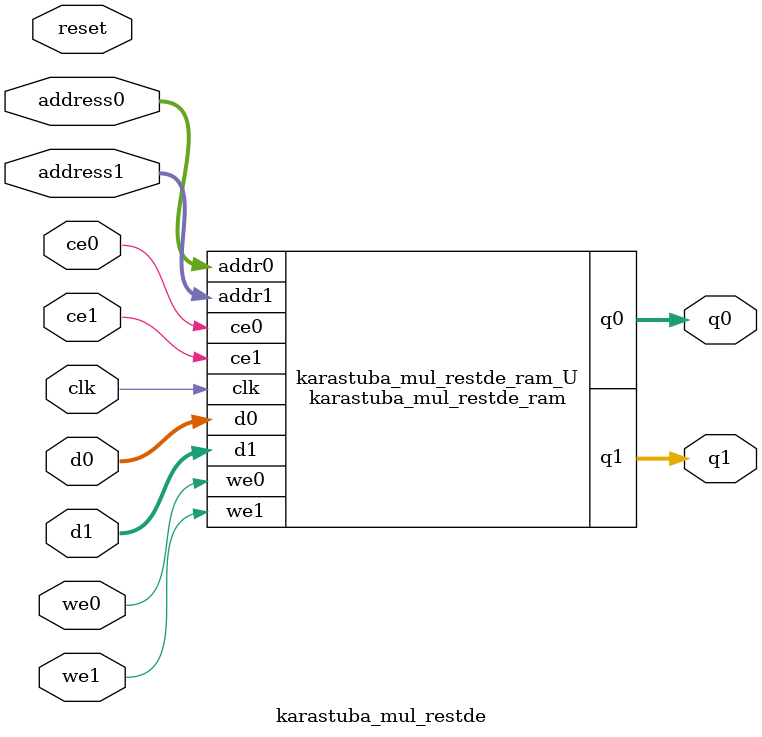
<source format=v>
`timescale 1 ns / 1 ps
module karastuba_mul_restde_ram (addr0, ce0, d0, we0, q0, addr1, ce1, d1, we1, q1,  clk);

parameter DWIDTH = 32;
parameter AWIDTH = 5;
parameter MEM_SIZE = 32;

input[AWIDTH-1:0] addr0;
input ce0;
input[DWIDTH-1:0] d0;
input we0;
output reg[DWIDTH-1:0] q0;
input[AWIDTH-1:0] addr1;
input ce1;
input[DWIDTH-1:0] d1;
input we1;
output reg[DWIDTH-1:0] q1;
input clk;

(* ram_style = "block" *)reg [DWIDTH-1:0] ram[0:MEM_SIZE-1];




always @(posedge clk)  
begin 
    if (ce0) begin
        if (we0) 
            ram[addr0] <= d0; 
        q0 <= ram[addr0];
    end
end


always @(posedge clk)  
begin 
    if (ce1) begin
        if (we1) 
            ram[addr1] <= d1; 
        q1 <= ram[addr1];
    end
end


endmodule

`timescale 1 ns / 1 ps
module karastuba_mul_restde(
    reset,
    clk,
    address0,
    ce0,
    we0,
    d0,
    q0,
    address1,
    ce1,
    we1,
    d1,
    q1);

parameter DataWidth = 32'd32;
parameter AddressRange = 32'd32;
parameter AddressWidth = 32'd5;
input reset;
input clk;
input[AddressWidth - 1:0] address0;
input ce0;
input we0;
input[DataWidth - 1:0] d0;
output[DataWidth - 1:0] q0;
input[AddressWidth - 1:0] address1;
input ce1;
input we1;
input[DataWidth - 1:0] d1;
output[DataWidth - 1:0] q1;



karastuba_mul_restde_ram karastuba_mul_restde_ram_U(
    .clk( clk ),
    .addr0( address0 ),
    .ce0( ce0 ),
    .we0( we0 ),
    .d0( d0 ),
    .q0( q0 ),
    .addr1( address1 ),
    .ce1( ce1 ),
    .we1( we1 ),
    .d1( d1 ),
    .q1( q1 ));

endmodule


</source>
